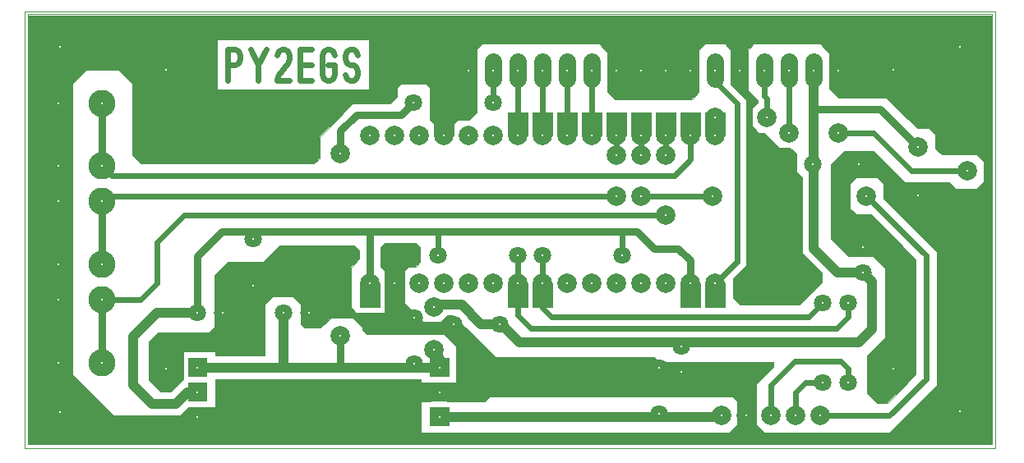
<source format=gbr>
%FSLAX34Y34*%
%MOMM*%
%LNSILK_TOP*%
G71*
G01*
%ADD10C, 0.00*%
%ADD11C, 1.80*%
%ADD12C, 2.00*%
%ADD13C, 1.00*%
%ADD14C, 0.80*%
%ADD15C, 0.60*%
%ADD16C, 2.80*%
%ADD17C, 6.00*%
%ADD18C, 3.50*%
%ADD19C, 0.10*%
%ADD20C, 0.57*%
%ADD21C, 0.05*%
%ADD22C, 2.00*%
%ADD23C, 1.80*%
%ADD24C, 1.80*%
%ADD25C, 0.20*%
%ADD26C, 0.30*%
%LPD*%
G54D10*
X331Y434D02*
X-999669Y434D01*
X-999669Y-449566D01*
X331Y-449566D01*
X331Y434D01*
G54D11*
X-161594Y-51163D02*
X-161594Y-69163D01*
G54D11*
X-186994Y-51163D02*
X-186994Y-69163D01*
G54D11*
X-212394Y-51163D02*
X-212394Y-69163D01*
G54D11*
X-237794Y-51163D02*
X-237794Y-69163D01*
G54D11*
X-263194Y-51163D02*
X-263194Y-69163D01*
G54D11*
X-288594Y-51163D02*
X-288594Y-69163D01*
G54D11*
X-313994Y-51163D02*
X-313994Y-69163D01*
G54D11*
X-339394Y-51163D02*
X-339394Y-69163D01*
G54D11*
X-364794Y-51163D02*
X-364794Y-69163D01*
G54D11*
X-390194Y-51163D02*
X-390194Y-69163D01*
G54D11*
X-415594Y-51163D02*
X-415594Y-69163D01*
G54D11*
X-440994Y-51163D02*
X-440994Y-69163D01*
G54D11*
X-466394Y-51163D02*
X-466394Y-69163D01*
G54D11*
X-491794Y-51163D02*
X-491794Y-69163D01*
G54D11*
X-517194Y-51163D02*
X-517194Y-69163D01*
G54D11*
X-542594Y-51163D02*
X-542594Y-69163D01*
X-79441Y-138744D02*
G54D12*
D03*
X-28441Y-163744D02*
G54D12*
D03*
X-79441Y-188744D02*
G54D12*
D03*
G54D13*
X-186994Y-60163D02*
X-186994Y-215341D01*
X-212394Y-124854D02*
G54D12*
D03*
X-161197Y-124854D02*
G54D12*
D03*
G54D14*
X-186994Y-100247D02*
X-117938Y-100247D01*
X-79441Y-138744D01*
G54D15*
X-212394Y-60163D02*
X-212394Y-124854D01*
X-919520Y-94034D02*
G54D16*
D03*
X-919520Y-159034D02*
G54D16*
D03*
X-964520Y-159034D02*
G54D16*
D03*
X-964520Y-94034D02*
G54D16*
D03*
X-919521Y-194842D02*
G54D16*
D03*
X-919521Y-259841D02*
G54D16*
D03*
X-964521Y-259841D02*
G54D16*
D03*
X-964521Y-194842D02*
G54D16*
D03*
X-919521Y-296442D02*
G54D16*
D03*
X-919521Y-361441D02*
G54D16*
D03*
X-964521Y-361441D02*
G54D16*
D03*
X-964521Y-296442D02*
G54D16*
D03*
X-962885Y-35557D02*
G54D17*
D03*
X-36182Y-35557D02*
G54D17*
D03*
X-36182Y-412191D02*
G54D17*
D03*
X-962885Y-412588D02*
G54D17*
D03*
G54D14*
X-919520Y-94034D02*
X-919520Y-159034D01*
G54D14*
X-919521Y-194842D02*
X-919521Y-259841D01*
G54D14*
X-919521Y-296442D02*
X-919521Y-361441D01*
G54D14*
X-79441Y-188744D02*
X-9591Y-188750D01*
X-853744Y-59369D02*
G54D18*
D03*
X-853744Y-367344D02*
G54D18*
D03*
X-104841Y-59369D02*
G54D18*
D03*
X-104841Y-367344D02*
G54D18*
D03*
G54D19*
X-3175Y-2382D02*
X-995591Y-2382D01*
X-995825Y-2616D01*
X-995825Y-445528D01*
X-3241Y-445528D01*
X-3241Y-2447D01*
X-3175Y-2382D01*
G54D20*
X-790641Y-70482D02*
X-790641Y-38482D01*
X-782641Y-38482D01*
X-779441Y-40482D01*
X-777841Y-44482D01*
X-777841Y-48482D01*
X-779441Y-52482D01*
X-782641Y-54482D01*
X-790641Y-54482D01*
G54D20*
X-766641Y-38482D02*
X-758641Y-54482D01*
X-758641Y-70482D01*
G54D20*
X-758641Y-54482D02*
X-750641Y-38482D01*
G54D20*
X-726641Y-70482D02*
X-739441Y-70482D01*
X-739441Y-68482D01*
X-737841Y-64482D01*
X-728241Y-52482D01*
X-726641Y-48482D01*
X-726641Y-44482D01*
X-728241Y-40482D01*
X-731441Y-38482D01*
X-734641Y-38482D01*
X-737841Y-40482D01*
X-739441Y-44482D01*
G54D20*
X-704241Y-70482D02*
X-715441Y-70482D01*
X-715441Y-38482D01*
X-704241Y-38482D01*
G54D20*
X-715441Y-54482D02*
X-704241Y-54482D01*
G54D20*
X-686641Y-54482D02*
X-680241Y-54482D01*
X-680241Y-64482D01*
X-681841Y-68482D01*
X-685041Y-70482D01*
X-688241Y-70482D01*
X-691441Y-68482D01*
X-693041Y-64482D01*
X-693041Y-44482D01*
X-691441Y-40482D01*
X-688241Y-38482D01*
X-685041Y-38482D01*
X-681841Y-40482D01*
X-680241Y-44482D01*
G54D20*
X-669041Y-64482D02*
X-667441Y-68482D01*
X-664241Y-70482D01*
X-661041Y-70482D01*
X-657841Y-68482D01*
X-656241Y-64482D01*
X-656241Y-60482D01*
X-657841Y-56482D01*
X-661041Y-54482D01*
X-664241Y-54482D01*
X-667441Y-52482D01*
X-669041Y-48482D01*
X-669041Y-44482D01*
X-667441Y-40482D01*
X-664241Y-38482D01*
X-661041Y-38482D01*
X-657841Y-40482D01*
X-656241Y-44482D01*
G36*
X-6416Y-64528D02*
X-4035Y-64528D01*
X-4035Y-164938D01*
X-11575Y-164938D01*
X-11575Y-154222D01*
X-18719Y-147078D01*
X-54835Y-147078D01*
X-61185Y-140728D01*
X-61185Y-126441D01*
X-67932Y-119694D01*
X-80235Y-119694D01*
X-111985Y-87944D01*
X-161594Y-87944D01*
X-170325Y-79213D01*
X-170325Y-41907D01*
X-179453Y-32778D01*
X-170325Y-41907D01*
X-170325Y-42304D01*
X-179850Y-32778D01*
X-248113Y-32778D01*
X-254463Y-39128D01*
X-254463Y-72466D01*
X-271925Y-72466D01*
X-271925Y-39128D01*
X-278275Y-32778D01*
X-298516Y-32778D01*
X-304866Y-39128D01*
X-304866Y-82785D01*
X-312010Y-89928D01*
X-391782Y-89928D01*
X-398925Y-82785D01*
X-398925Y-41510D01*
X-407656Y-32778D01*
X-527910Y-32778D01*
X-533466Y-38335D01*
X-533466Y-78419D01*
X-580297Y-78419D01*
X-580297Y-3410D01*
X-4035Y-3410D01*
X-4035Y-64528D01*
X-6416Y-64528D01*
G37*
G54D21*
X-6416Y-64528D02*
X-4035Y-64528D01*
X-4035Y-164938D01*
X-11575Y-164938D01*
X-11575Y-154222D01*
X-18719Y-147078D01*
X-54835Y-147078D01*
X-61185Y-140728D01*
X-61185Y-126441D01*
X-67932Y-119694D01*
X-80235Y-119694D01*
X-111985Y-87944D01*
X-161594Y-87944D01*
X-170325Y-79213D01*
X-170325Y-41907D01*
X-179453Y-32778D01*
X-170325Y-41907D01*
X-170325Y-42304D01*
X-179850Y-32778D01*
X-248113Y-32778D01*
X-254463Y-39128D01*
X-254463Y-72466D01*
X-271925Y-72466D01*
X-271925Y-39128D01*
X-278275Y-32778D01*
X-298516Y-32778D01*
X-304866Y-39128D01*
X-304866Y-82785D01*
X-312010Y-89928D01*
X-391782Y-89928D01*
X-398925Y-82785D01*
X-398925Y-41510D01*
X-407656Y-32778D01*
X-527910Y-32778D01*
X-533466Y-38335D01*
X-533466Y-78419D01*
X-580297Y-78419D01*
X-580297Y-3410D01*
X-4035Y-3410D01*
X-4035Y-64528D01*
X-6416Y-64528D01*
X-179453Y-416160D02*
G54D22*
D03*
X-204853Y-416160D02*
G54D22*
D03*
X-230253Y-416160D02*
G54D22*
D03*
X-255653Y-416160D02*
G54D22*
D03*
X-281053Y-416160D02*
G54D22*
D03*
X-643797Y-127632D02*
G54D12*
D03*
X-618397Y-127632D02*
G54D12*
D03*
X-592997Y-127632D02*
G54D12*
D03*
X-567597Y-127632D02*
G54D12*
D03*
X-542197Y-127632D02*
G54D12*
D03*
X-516797Y-127632D02*
G54D12*
D03*
X-491397Y-127632D02*
G54D12*
D03*
X-465997Y-127632D02*
G54D12*
D03*
X-440597Y-127632D02*
G54D12*
D03*
X-415197Y-127632D02*
G54D12*
D03*
X-389797Y-127632D02*
G54D12*
D03*
X-364397Y-127632D02*
G54D12*
D03*
X-338997Y-127632D02*
G54D12*
D03*
X-313597Y-127632D02*
G54D12*
D03*
X-288197Y-127632D02*
G54D12*
D03*
X-643797Y-280032D02*
G54D12*
D03*
X-618397Y-280032D02*
G54D12*
D03*
X-592997Y-280032D02*
G54D12*
D03*
X-567597Y-280032D02*
G54D12*
D03*
X-542197Y-280032D02*
G54D12*
D03*
X-516797Y-280032D02*
G54D12*
D03*
X-491397Y-280032D02*
G54D12*
D03*
X-465997Y-280032D02*
G54D12*
D03*
X-440597Y-280032D02*
G54D12*
D03*
X-415197Y-280032D02*
G54D12*
D03*
X-389797Y-280032D02*
G54D12*
D03*
X-364397Y-280032D02*
G54D12*
D03*
X-338997Y-280032D02*
G54D12*
D03*
X-313597Y-280032D02*
G54D12*
D03*
X-288197Y-280032D02*
G54D12*
D03*
G54D15*
X-491794Y-45082D02*
X-491794Y-127235D01*
X-491397Y-127632D01*
G54D15*
X-466394Y-45082D02*
X-466394Y-127235D01*
X-465997Y-127632D01*
G54D15*
X-440994Y-45082D02*
X-440994Y-127235D01*
X-440597Y-127632D01*
G54D15*
X-415594Y-45082D02*
X-415594Y-127235D01*
X-415197Y-127632D01*
X-287800Y-108978D02*
G54D12*
D03*
X-235016Y-108978D02*
G54D12*
D03*
G54D15*
X-313597Y-122472D02*
X-313597Y-152238D01*
X-329869Y-168510D01*
X-835488Y-168510D01*
X-338798Y-209586D02*
G54D12*
D03*
X-338798Y-147276D02*
G54D12*
D03*
X-389797Y-189544D02*
G54D12*
D03*
X-389797Y-147475D02*
G54D12*
D03*
G54D15*
X-338997Y-127632D02*
X-338798Y-147276D01*
G54D15*
X-389797Y-127632D02*
X-389797Y-147475D01*
G54D15*
X-389797Y-189544D02*
X-835488Y-189544D01*
G54D15*
X-362016Y-209785D02*
X-835488Y-209785D01*
X-364397Y-189544D02*
G54D12*
D03*
X-364397Y-147475D02*
G54D12*
D03*
G54D15*
X-362016Y-209785D02*
X-338997Y-209785D01*
X-338798Y-209586D01*
G54D15*
X-364397Y-127632D02*
X-364397Y-147475D01*
X-132225Y-189544D02*
G54D12*
D03*
X-290578Y-189544D02*
G54D12*
D03*
G54D15*
X-290578Y-189544D02*
X-364397Y-189544D01*
X-151397Y-300150D02*
G54D23*
D03*
X-151397Y-382150D02*
G54D23*
D03*
X-177194Y-300150D02*
G54D23*
D03*
X-177194Y-382150D02*
G54D23*
D03*
X-599194Y-93103D02*
G54D23*
D03*
X-517194Y-93103D02*
G54D23*
D03*
G54D15*
X-517194Y-60163D02*
X-517194Y-93103D01*
G54D15*
X-919521Y-296442D02*
X-879679Y-296442D01*
X-863269Y-280032D01*
X-863269Y-237566D01*
X-835488Y-209785D01*
G54D15*
X-835488Y-189544D02*
X-914224Y-189544D01*
X-919521Y-194842D01*
G54D15*
X-835488Y-168510D02*
X-910045Y-168510D01*
X-919520Y-159034D01*
X-465844Y-251059D02*
G54D23*
D03*
X-383844Y-251059D02*
G54D23*
D03*
X-573397Y-251060D02*
G54D23*
D03*
X-491397Y-251060D02*
G54D23*
D03*
G54D15*
X-465844Y-251059D02*
X-465844Y-280275D01*
X-469172Y-283604D01*
G54D15*
X-491397Y-251060D02*
X-491397Y-280032D01*
G54D14*
X-313597Y-280032D02*
X-313597Y-256219D01*
X-325900Y-243916D01*
X-350903Y-243916D01*
X-368366Y-226454D01*
X-681103Y-226454D01*
G54D15*
X-383844Y-251059D02*
X-383844Y-226850D01*
X-384241Y-226454D01*
G54D15*
X-573397Y-251060D02*
X-573397Y-227094D01*
X-573153Y-226850D01*
G54D15*
X-567597Y-127632D02*
X-567597Y-59369D01*
X-566803Y-58575D01*
G36*
X-831200Y-356550D02*
X-831200Y-376550D01*
X-811200Y-376550D01*
X-811200Y-356550D01*
X-831200Y-356550D01*
G37*
G36*
X-831200Y-381950D02*
X-831200Y-401950D01*
X-811200Y-401950D01*
X-811200Y-381950D01*
X-831200Y-381950D01*
G37*
G36*
X-831200Y-381950D02*
X-831200Y-401950D01*
X-811200Y-401950D01*
X-811200Y-381950D01*
X-831200Y-381950D01*
G37*
G36*
X-831200Y-407350D02*
X-831200Y-427350D01*
X-811200Y-427350D01*
X-811200Y-407350D01*
X-831200Y-407350D01*
G37*
G36*
X-581962Y-356551D02*
X-581962Y-376551D01*
X-561962Y-376551D01*
X-561962Y-356551D01*
X-581962Y-356551D01*
G37*
G36*
X-581962Y-381951D02*
X-581962Y-401951D01*
X-561962Y-401951D01*
X-561962Y-381951D01*
X-581962Y-381951D01*
G37*
G36*
X-581962Y-381951D02*
X-581962Y-401951D01*
X-561962Y-401951D01*
X-561962Y-381951D01*
X-581962Y-381951D01*
G37*
G36*
X-581962Y-407351D02*
X-581962Y-427351D01*
X-561962Y-427351D01*
X-561962Y-407351D01*
X-581962Y-407351D01*
G37*
X-135797Y-242717D02*
G54D24*
D03*
X-135797Y-268911D02*
G54D24*
D03*
G54D15*
X-235016Y-108978D02*
X-235016Y-89135D01*
X-237794Y-86357D01*
X-237794Y-60163D01*
G54D15*
X-28441Y-163744D02*
X-86191Y-163744D01*
X-125082Y-124854D01*
X-161197Y-124854D01*
G54D14*
X-79441Y-188744D02*
X-92147Y-188744D01*
X-124288Y-156604D01*
X-148497Y-156604D01*
X-160800Y-168907D01*
X-160800Y-217714D01*
X-135797Y-242717D01*
X-322725Y-371314D02*
G54D24*
D03*
X-322725Y-345120D02*
G54D24*
D03*
X-509997Y-321652D02*
G54D23*
D03*
X-557622Y-321652D02*
G54D23*
D03*
G54D13*
X-351697Y-366948D02*
X-275893Y-366948D01*
X-255653Y-387188D01*
X-255653Y-416160D01*
G54D13*
X-351697Y-366948D02*
X-514020Y-366948D01*
X-539022Y-391950D01*
X-571962Y-391951D01*
G54D13*
X-571962Y-417351D02*
X-282244Y-417351D01*
X-281053Y-416160D01*
G54D15*
X-179453Y-416160D02*
X-108413Y-416160D01*
X-70710Y-378457D01*
X-70710Y-251060D01*
X-132225Y-189544D01*
G54D13*
X-186994Y-215341D02*
X-186994Y-244313D01*
X-162388Y-268919D01*
X-135797Y-268920D01*
X-126669Y-278047D01*
X-126669Y-327260D01*
X-140163Y-340754D01*
X-374318Y-340754D01*
G54D15*
X-151397Y-382150D02*
X-151397Y-367619D01*
X-158816Y-360200D01*
X-205647Y-360200D01*
X-230253Y-384807D01*
X-230253Y-416160D01*
G54D15*
X-204853Y-416160D02*
X-204853Y-391950D01*
X-194932Y-382028D01*
X-177315Y-382028D01*
X-177194Y-382150D01*
X-346140Y-414573D02*
G54D23*
D03*
X-346140Y-366948D02*
G54D23*
D03*
X-706328Y-310361D02*
G54D24*
D03*
X-732522Y-310361D02*
G54D24*
D03*
G54D13*
X-571962Y-366551D02*
X-821200Y-366550D01*
X-795228Y-310361D02*
G54D24*
D03*
X-821422Y-310361D02*
G54D24*
D03*
X-598156Y-362980D02*
G54D23*
D03*
X-598156Y-315355D02*
G54D23*
D03*
G54D13*
X-581435Y-327208D02*
X-553760Y-327208D01*
X-514020Y-366948D01*
G54D13*
X-821200Y-417350D02*
X-667213Y-417350D01*
X-642210Y-392347D01*
X-577121Y-392347D01*
G54D13*
X-818643Y-310361D02*
X-863436Y-310361D01*
X-887875Y-334800D01*
X-887875Y-384410D01*
X-868032Y-404254D01*
X-843822Y-404254D01*
X-831519Y-391950D01*
X-821200Y-391950D01*
X-764050Y-282017D02*
G54D23*
D03*
X-764050Y-234392D02*
G54D23*
D03*
G54D13*
X-732522Y-310361D02*
X-732522Y-364390D01*
X-732697Y-364566D01*
G54D13*
X-374318Y-340754D02*
X-489307Y-340754D01*
X-502853Y-327208D01*
G54D14*
X-681103Y-226454D02*
X-796197Y-226454D01*
X-821597Y-251854D01*
X-821597Y-310186D01*
X-821422Y-310361D01*
G54D13*
X-706328Y-310361D02*
X-706328Y-295685D01*
X-719600Y-282413D01*
X-763654Y-282413D01*
X-764050Y-282017D01*
X-787070Y-282017D01*
X-795403Y-290350D01*
X-795403Y-310186D01*
X-795228Y-310361D01*
G54D13*
X-821200Y-417350D02*
X-821200Y-417747D01*
X-834694Y-431241D01*
X-912482Y-431241D01*
X-939469Y-404254D01*
G54D15*
X-288594Y-60163D02*
X-288594Y-71672D01*
X-265575Y-94691D01*
X-265575Y-257410D01*
X-288197Y-280032D01*
X-674356Y-146285D02*
G54D12*
D03*
X-674356Y-334007D02*
G54D12*
D03*
G54D14*
X-674356Y-334007D02*
X-674356Y-365360D01*
X-577916Y-348691D02*
G54D12*
D03*
X-577916Y-304638D02*
G54D12*
D03*
G54D14*
X-674356Y-146285D02*
X-674356Y-122472D01*
X-657688Y-105804D01*
X-611894Y-105804D01*
X-599194Y-93103D01*
G54D13*
X-618397Y-280032D02*
X-618397Y-314163D01*
X-610856Y-321704D01*
X-599346Y-321704D01*
X-599294Y-321652D01*
G54D13*
X-581435Y-327208D02*
X-593738Y-327208D01*
X-599294Y-321652D01*
G54D13*
X-515553Y-321652D02*
X-508410Y-321652D01*
X-502853Y-327208D01*
G54D13*
X-571962Y-366551D02*
X-571962Y-357820D01*
X-581091Y-348691D01*
X-139712Y-156551D02*
G54D23*
D03*
X-187338Y-156551D02*
G54D23*
D03*
G36*
X-4828Y-166525D02*
X-4035Y-166525D01*
X-4035Y-444735D01*
X-209616Y-444735D01*
X-209616Y-434019D01*
X-108413Y-434019D01*
X-59200Y-384807D01*
X-59200Y-247885D01*
X-114763Y-192322D01*
X-114763Y-177241D01*
X-121510Y-170494D01*
X-142544Y-170494D01*
X-149291Y-177241D01*
X-149291Y-199069D01*
X-168738Y-199069D01*
X-168738Y-157000D01*
X-154847Y-143110D01*
X-125082Y-143110D01*
X-92935Y-175257D01*
X-47294Y-175257D01*
X-40150Y-182400D01*
X-18719Y-182400D01*
X-11575Y-175257D01*
X-11575Y-163747D01*
X-4035Y-163747D01*
X-4035Y-166525D01*
X-4828Y-166525D01*
G37*
G54D21*
X-4828Y-166525D02*
X-4035Y-166525D01*
X-4035Y-444735D01*
X-209616Y-444735D01*
X-209616Y-434019D01*
X-108413Y-434019D01*
X-59200Y-384807D01*
X-59200Y-247885D01*
X-114763Y-192322D01*
X-114763Y-177241D01*
X-121510Y-170494D01*
X-142544Y-170494D01*
X-149291Y-177241D01*
X-149291Y-199069D01*
X-168738Y-199069D01*
X-168738Y-157000D01*
X-154847Y-143110D01*
X-125082Y-143110D01*
X-92935Y-175257D01*
X-47294Y-175257D01*
X-40150Y-182400D01*
X-18719Y-182400D01*
X-11575Y-175257D01*
X-11575Y-163747D01*
X-4035Y-163747D01*
X-4035Y-166525D01*
X-4828Y-166525D01*
G36*
X-83410Y-267728D02*
X-81425Y-267728D01*
X-81425Y-374091D01*
X-110794Y-403460D01*
X-121510Y-403460D01*
X-131828Y-393141D01*
X-131828Y-354644D01*
X-113175Y-335991D01*
X-113175Y-264157D01*
X-125478Y-251854D01*
X-150878Y-251854D01*
X-168738Y-233994D01*
X-168738Y-197482D01*
X-149291Y-197482D01*
X-149291Y-202244D01*
X-142544Y-208991D01*
X-127463Y-208991D01*
X-81425Y-255028D01*
X-81425Y-267728D01*
X-83410Y-267728D01*
G37*
G54D21*
X-83410Y-267728D02*
X-81425Y-267728D01*
X-81425Y-374091D01*
X-110794Y-403460D01*
X-121510Y-403460D01*
X-131828Y-393141D01*
X-131828Y-354644D01*
X-113175Y-335991D01*
X-113175Y-264157D01*
X-125478Y-251854D01*
X-150878Y-251854D01*
X-168738Y-233994D01*
X-168738Y-197482D01*
X-149291Y-197482D01*
X-149291Y-202244D01*
X-142544Y-208991D01*
X-127463Y-208991D01*
X-81425Y-255028D01*
X-81425Y-267728D01*
X-83410Y-267728D01*
G36*
X-200091Y-178432D02*
X-198503Y-178432D01*
X-198503Y-248678D01*
X-178263Y-268919D01*
X-178263Y-278841D01*
X-200885Y-301463D01*
X-262400Y-301463D01*
X-269147Y-294716D01*
X-269147Y-274475D01*
X-256050Y-261378D01*
X-256050Y-90722D01*
X-271925Y-74847D01*
X-271925Y-72466D01*
X-270735Y-71275D01*
X-256050Y-71275D01*
X-254463Y-72863D01*
X-254463Y-72466D01*
X-255653Y-71275D01*
X-254463Y-72466D01*
X-254463Y-80800D01*
X-244541Y-90722D01*
X-244541Y-93500D01*
X-250097Y-99057D01*
X-250097Y-117313D01*
X-242953Y-124457D01*
X-237397Y-124457D01*
X-221919Y-139935D01*
X-210806Y-139935D01*
X-204456Y-146285D01*
X-204456Y-164541D01*
X-198503Y-170494D01*
X-198503Y-178432D01*
X-200091Y-178432D01*
G37*
G54D21*
X-200091Y-178432D02*
X-198503Y-178432D01*
X-198503Y-248678D01*
X-178263Y-268919D01*
X-178263Y-278841D01*
X-200885Y-301463D01*
X-262400Y-301463D01*
X-269147Y-294716D01*
X-269147Y-274475D01*
X-256050Y-261378D01*
X-256050Y-90722D01*
X-271925Y-74847D01*
X-271925Y-72466D01*
X-270735Y-71275D01*
X-256050Y-71275D01*
X-254463Y-72863D01*
X-254463Y-72466D01*
X-255653Y-71275D01*
X-254463Y-72466D01*
X-254463Y-80800D01*
X-244541Y-90722D01*
X-244541Y-93500D01*
X-250097Y-99057D01*
X-250097Y-117313D01*
X-242953Y-124457D01*
X-237397Y-124457D01*
X-221919Y-139935D01*
X-210806Y-139935D01*
X-204456Y-146285D01*
X-204456Y-164541D01*
X-198503Y-170494D01*
X-198503Y-178432D01*
X-200091Y-178432D01*
G36*
X-211203Y-436004D02*
X-208822Y-436004D01*
X-208822Y-444735D01*
X-995031Y-444735D01*
X-995031Y-323291D01*
X-950185Y-323291D01*
X-950185Y-373694D01*
X-908116Y-415763D01*
X-839060Y-415763D01*
X-831122Y-407825D01*
X-811675Y-407825D01*
X-811278Y-407428D01*
X-803341Y-407428D01*
X-803341Y-378457D01*
X-591013Y-378457D01*
X-591013Y-382028D01*
X-581488Y-382028D01*
X-581488Y-401872D01*
X-591013Y-401872D01*
X-591013Y-434019D01*
X-209616Y-434019D01*
X-209616Y-436004D01*
X-211203Y-436004D01*
G37*
G54D21*
X-211203Y-436004D02*
X-208822Y-436004D01*
X-208822Y-444735D01*
X-995031Y-444735D01*
X-995031Y-323291D01*
X-950185Y-323291D01*
X-950185Y-373694D01*
X-908116Y-415763D01*
X-839060Y-415763D01*
X-831122Y-407825D01*
X-811675Y-407825D01*
X-811278Y-407428D01*
X-803341Y-407428D01*
X-803341Y-378457D01*
X-591013Y-378457D01*
X-591013Y-382028D01*
X-581488Y-382028D01*
X-581488Y-401872D01*
X-591013Y-401872D01*
X-591013Y-434019D01*
X-209616Y-434019D01*
X-209616Y-436004D01*
X-211203Y-436004D01*
G36*
X-246922Y-388378D02*
X-245732Y-388378D01*
X-245732Y-425685D01*
X-237397Y-434019D01*
X-273910Y-434019D01*
X-265575Y-425685D01*
X-265575Y-401872D01*
X-270735Y-396713D01*
X-520369Y-396713D01*
X-525528Y-401872D01*
X-563628Y-401872D01*
X-564819Y-400682D01*
X-564819Y-384807D01*
X-562041Y-382028D01*
X-554897Y-382028D01*
X-554897Y-344722D01*
X-567597Y-332022D01*
X-567597Y-315750D01*
X-564422Y-312575D01*
X-558072Y-312575D01*
X-514416Y-356232D01*
X-350903Y-356232D01*
X-346141Y-360994D01*
X-227872Y-360994D01*
X-227872Y-365757D01*
X-245732Y-383616D01*
X-245732Y-388378D01*
X-246922Y-388378D01*
G37*
G54D21*
X-246922Y-388378D02*
X-245732Y-388378D01*
X-245732Y-425685D01*
X-237397Y-434019D01*
X-273910Y-434019D01*
X-265575Y-425685D01*
X-265575Y-401872D01*
X-270735Y-396713D01*
X-520369Y-396713D01*
X-525528Y-401872D01*
X-563628Y-401872D01*
X-564819Y-400682D01*
X-564819Y-384807D01*
X-562041Y-382028D01*
X-554897Y-382028D01*
X-554897Y-344722D01*
X-567597Y-332022D01*
X-567597Y-315750D01*
X-564422Y-312575D01*
X-558072Y-312575D01*
X-514416Y-356232D01*
X-350903Y-356232D01*
X-346141Y-360994D01*
X-227872Y-360994D01*
X-227872Y-365757D01*
X-245732Y-383616D01*
X-245732Y-388378D01*
X-246922Y-388378D01*
G36*
X-679516Y-301066D02*
X-675944Y-301066D01*
X-675944Y-314163D01*
X-683088Y-314163D01*
X-694597Y-325672D01*
X-711266Y-325672D01*
X-715235Y-321704D01*
X-715235Y-301463D01*
X-723569Y-293128D01*
X-743413Y-293128D01*
X-751747Y-301463D01*
X-751747Y-354247D01*
X-803341Y-354247D01*
X-803341Y-350278D01*
X-836282Y-350278D01*
X-836282Y-378457D01*
X-848982Y-391157D01*
X-860094Y-391157D01*
X-871603Y-379647D01*
X-871603Y-339563D01*
X-862475Y-330435D01*
X-809691Y-330435D01*
X-804135Y-324878D01*
X-804135Y-271300D01*
X-790641Y-257807D01*
X-753732Y-257807D01*
X-736666Y-240741D01*
X-708885Y-240741D01*
X-707694Y-241932D01*
X-707694Y-251457D01*
X-673166Y-285985D01*
X-673166Y-301066D01*
X-679516Y-301066D01*
G37*
G54D21*
X-679516Y-301066D02*
X-675944Y-301066D01*
X-675944Y-314163D01*
X-683088Y-314163D01*
X-694597Y-325672D01*
X-711266Y-325672D01*
X-715235Y-321704D01*
X-715235Y-301463D01*
X-723569Y-293128D01*
X-743413Y-293128D01*
X-751747Y-301463D01*
X-751747Y-354247D01*
X-803341Y-354247D01*
X-803341Y-350278D01*
X-836282Y-350278D01*
X-836282Y-378457D01*
X-848982Y-391157D01*
X-860094Y-391157D01*
X-871603Y-379647D01*
X-871603Y-339563D01*
X-862475Y-330435D01*
X-809691Y-330435D01*
X-804135Y-324878D01*
X-804135Y-271300D01*
X-790641Y-257807D01*
X-753732Y-257807D01*
X-736666Y-240741D01*
X-708885Y-240741D01*
X-707694Y-241932D01*
X-707694Y-251457D01*
X-673166Y-285985D01*
X-673166Y-301066D01*
X-679516Y-301066D01*
G54D13*
X-515553Y-321652D02*
X-529152Y-321652D01*
X-549341Y-301463D01*
X-577916Y-301463D01*
X-581091Y-304638D01*
G36*
X-535053Y-83578D02*
X-533466Y-83578D01*
X-533466Y-103422D01*
X-541006Y-110963D01*
X-552913Y-110963D01*
X-557675Y-115725D01*
X-557675Y-126838D01*
X-562835Y-131997D01*
X-572360Y-131997D01*
X-577519Y-126838D01*
X-577519Y-115725D01*
X-581885Y-111360D01*
X-581885Y-78022D01*
X-585853Y-74054D01*
X-611650Y-74054D01*
X-615619Y-78022D01*
X-615619Y-87547D01*
X-622763Y-94691D01*
X-661656Y-94691D01*
X-695788Y-128822D01*
X-695788Y-150650D01*
X-701344Y-156207D01*
X-879938Y-156207D01*
X-888272Y-147872D01*
X-888272Y-74054D01*
X-902956Y-59369D01*
X-922403Y-59369D01*
X-922403Y-3410D01*
X-716425Y-3410D01*
X-716425Y-28413D01*
X-801356Y-28413D01*
X-801356Y-80007D01*
X-644988Y-80007D01*
X-644988Y-28413D01*
X-716425Y-28413D01*
X-716425Y-3410D01*
X-578710Y-3410D01*
X-577122Y-4997D01*
X-577122Y-75244D01*
X-575138Y-77228D01*
X-533466Y-77228D01*
X-533466Y-83578D01*
X-535053Y-83578D01*
G37*
G54D21*
X-535053Y-83578D02*
X-533466Y-83578D01*
X-533466Y-103422D01*
X-541006Y-110963D01*
X-552913Y-110963D01*
X-557675Y-115725D01*
X-557675Y-126838D01*
X-562835Y-131997D01*
X-572360Y-131997D01*
X-577519Y-126838D01*
X-577519Y-115725D01*
X-581885Y-111360D01*
X-581885Y-78022D01*
X-585853Y-74054D01*
X-611650Y-74054D01*
X-615619Y-78022D01*
X-615619Y-87547D01*
X-622763Y-94691D01*
X-661656Y-94691D01*
X-695788Y-128822D01*
X-695788Y-150650D01*
X-701344Y-156207D01*
X-879938Y-156207D01*
X-888272Y-147872D01*
X-888272Y-74054D01*
X-902956Y-59369D01*
X-922403Y-59369D01*
X-922403Y-3410D01*
X-716425Y-3410D01*
X-716425Y-28413D01*
X-801356Y-28413D01*
X-801356Y-80007D01*
X-644988Y-80007D01*
X-644988Y-28413D01*
X-716425Y-28413D01*
X-716425Y-3410D01*
X-578710Y-3410D01*
X-577122Y-4997D01*
X-577122Y-75244D01*
X-575138Y-77228D01*
X-533466Y-77228D01*
X-533466Y-83578D01*
X-535053Y-83578D01*
G36*
X-923594Y-8569D02*
X-920816Y-8569D01*
X-920816Y-59369D01*
X-935500Y-59369D01*
X-950185Y-74054D01*
X-950185Y-324482D01*
X-995031Y-324482D01*
X-995031Y-3410D01*
X-922006Y-3410D01*
X-921610Y-3807D01*
X-921610Y-8569D01*
X-923594Y-8569D01*
G37*
G54D21*
X-923594Y-8569D02*
X-920816Y-8569D01*
X-920816Y-59369D01*
X-935500Y-59369D01*
X-950185Y-74054D01*
X-950185Y-324482D01*
X-995031Y-324482D01*
X-995031Y-3410D01*
X-922006Y-3410D01*
X-921610Y-3807D01*
X-921610Y-8569D01*
X-923594Y-8569D01*
G36*
X-278275Y-280032D02*
X-278275Y-303844D01*
X-298119Y-303844D01*
X-298119Y-280032D01*
X-278275Y-280032D01*
G37*
G54D21*
X-278275Y-280032D02*
X-278275Y-303844D01*
X-298119Y-303844D01*
X-298119Y-280032D01*
X-278275Y-280032D01*
G36*
X-456075Y-280032D02*
X-456075Y-303844D01*
X-475919Y-303844D01*
X-475919Y-280032D01*
X-456075Y-280032D01*
G37*
G54D21*
X-456075Y-280032D02*
X-456075Y-303844D01*
X-475919Y-303844D01*
X-475919Y-280032D01*
X-456075Y-280032D01*
G36*
X-481475Y-280032D02*
X-481475Y-303844D01*
X-501319Y-303844D01*
X-501319Y-280032D01*
X-481475Y-280032D01*
G37*
G54D21*
X-481475Y-280032D02*
X-481475Y-303844D01*
X-501319Y-303844D01*
X-501319Y-280032D01*
X-481475Y-280032D01*
G36*
X-608475Y-280032D02*
X-608475Y-303844D01*
X-628319Y-303844D01*
X-628319Y-280032D01*
X-608475Y-280032D01*
G37*
G54D21*
X-608475Y-280032D02*
X-608475Y-303844D01*
X-628319Y-303844D01*
X-628319Y-280032D01*
X-608475Y-280032D01*
G36*
X-298119Y-127632D02*
X-298119Y-103819D01*
X-278275Y-103819D01*
X-278275Y-127632D01*
X-298119Y-127632D01*
G37*
G54D21*
X-298119Y-127632D02*
X-298119Y-103819D01*
X-278275Y-103819D01*
X-278275Y-127632D01*
X-298119Y-127632D01*
G36*
X-348919Y-127632D02*
X-348919Y-103819D01*
X-329075Y-103819D01*
X-329075Y-127632D01*
X-348919Y-127632D01*
G37*
G54D21*
X-348919Y-127632D02*
X-348919Y-103819D01*
X-329075Y-103819D01*
X-329075Y-127632D01*
X-348919Y-127632D01*
G36*
X-374319Y-127632D02*
X-374319Y-103819D01*
X-354475Y-103819D01*
X-354475Y-127632D01*
X-374319Y-127632D01*
G37*
G54D21*
X-374319Y-127632D02*
X-374319Y-103819D01*
X-354475Y-103819D01*
X-354475Y-127632D01*
X-374319Y-127632D01*
G36*
X-399719Y-127632D02*
X-399719Y-103819D01*
X-379875Y-103819D01*
X-379875Y-127632D01*
X-399719Y-127632D01*
G37*
G54D21*
X-399719Y-127632D02*
X-399719Y-103819D01*
X-379875Y-103819D01*
X-379875Y-127632D01*
X-399719Y-127632D01*
G36*
X-425119Y-127632D02*
X-425119Y-103819D01*
X-405275Y-103819D01*
X-405275Y-127632D01*
X-425119Y-127632D01*
G37*
G54D21*
X-425119Y-127632D02*
X-425119Y-103819D01*
X-405275Y-103819D01*
X-405275Y-127632D01*
X-425119Y-127632D01*
G36*
X-450519Y-127632D02*
X-450519Y-103819D01*
X-430675Y-103819D01*
X-430675Y-127632D01*
X-450519Y-127632D01*
G37*
G54D21*
X-450519Y-127632D02*
X-450519Y-103819D01*
X-430675Y-103819D01*
X-430675Y-127632D01*
X-450519Y-127632D01*
G36*
X-475919Y-127632D02*
X-475919Y-103819D01*
X-456075Y-103819D01*
X-456075Y-127632D01*
X-475919Y-127632D01*
G37*
G54D21*
X-475919Y-127632D02*
X-475919Y-103819D01*
X-456075Y-103819D01*
X-456075Y-127632D01*
X-475919Y-127632D01*
G36*
X-501319Y-127632D02*
X-501319Y-103819D01*
X-481475Y-103819D01*
X-481475Y-127632D01*
X-501319Y-127632D01*
G37*
G54D21*
X-501319Y-127632D02*
X-501319Y-103819D01*
X-481475Y-103819D01*
X-481475Y-127632D01*
X-501319Y-127632D01*
G36*
X-577519Y-127632D02*
X-577519Y-103819D01*
X-557675Y-103819D01*
X-557675Y-127632D01*
X-577519Y-127632D01*
G37*
G54D21*
X-577519Y-127632D02*
X-577519Y-103819D01*
X-557675Y-103819D01*
X-557675Y-127632D01*
X-577519Y-127632D01*
G36*
X-323519Y-127632D02*
X-323519Y-103819D01*
X-303675Y-103819D01*
X-303675Y-127632D01*
X-323519Y-127632D01*
G37*
G54D21*
X-323519Y-127632D02*
X-323519Y-103819D01*
X-303675Y-103819D01*
X-303675Y-127632D01*
X-323519Y-127632D01*
G54D15*
X-151397Y-300150D02*
X-151397Y-314682D01*
X-162785Y-326069D01*
X-477903Y-326069D01*
X-491397Y-312575D01*
X-491397Y-280032D01*
G54D15*
X-177194Y-300150D02*
X-177347Y-300150D01*
X-191756Y-314560D01*
X-456869Y-314560D01*
X-465997Y-305432D01*
X-465997Y-280032D01*
G36*
X-628319Y-273285D02*
X-608475Y-273285D01*
X-608475Y-300272D01*
X-589028Y-319719D01*
X-571169Y-319719D01*
X-564025Y-312575D01*
X-567200Y-328847D01*
X-565216Y-330832D01*
X-565216Y-332022D01*
X-619985Y-332022D01*
X-628319Y-323688D01*
X-628319Y-273285D01*
G37*
G54D21*
X-628319Y-273285D02*
X-608475Y-273285D01*
X-608475Y-300272D01*
X-589028Y-319719D01*
X-571169Y-319719D01*
X-564025Y-312575D01*
X-567200Y-328847D01*
X-565216Y-330832D01*
X-565216Y-332022D01*
X-619985Y-332022D01*
X-628319Y-323688D01*
X-628319Y-273285D01*
G36*
X-663244Y-312575D02*
X-663244Y-275269D01*
X-668403Y-270110D01*
X-708488Y-270110D01*
X-709678Y-271300D01*
X-709678Y-296304D01*
X-690232Y-315750D01*
X-684675Y-315750D01*
X-683088Y-314163D01*
X-664832Y-314163D01*
X-663244Y-312575D01*
G37*
G54D21*
X-663244Y-312575D02*
X-663244Y-275269D01*
X-668403Y-270110D01*
X-708488Y-270110D01*
X-709678Y-271300D01*
X-709678Y-296304D01*
X-690232Y-315750D01*
X-684675Y-315750D01*
X-683088Y-314163D01*
X-664832Y-314163D01*
X-663244Y-312575D01*
G54D14*
X-643797Y-280032D02*
X-643797Y-227247D01*
G36*
X-708885Y-240741D02*
X-659672Y-240741D01*
X-654513Y-245900D01*
X-654513Y-254632D01*
X-663244Y-263363D01*
X-663244Y-276460D01*
X-664038Y-277254D01*
X-697772Y-277254D01*
X-715235Y-259791D01*
X-715235Y-243122D01*
X-712853Y-240741D01*
X-708488Y-240741D01*
X-708885Y-240741D01*
G37*
G54D21*
X-708885Y-240741D02*
X-659672Y-240741D01*
X-654513Y-245900D01*
X-654513Y-254632D01*
X-663244Y-263363D01*
X-663244Y-276460D01*
X-664038Y-277254D01*
X-697772Y-277254D01*
X-715235Y-259791D01*
X-715235Y-243122D01*
X-712853Y-240741D01*
X-708488Y-240741D01*
X-708885Y-240741D01*
G36*
X-628319Y-273285D02*
X-628319Y-267332D01*
X-633082Y-262569D01*
X-633082Y-242725D01*
X-628319Y-237963D01*
X-596569Y-237963D01*
X-591806Y-242725D01*
X-591806Y-257807D01*
X-596569Y-262569D01*
X-603713Y-262569D01*
X-608475Y-267332D01*
X-608475Y-274872D01*
X-627525Y-274872D01*
X-628319Y-274078D01*
X-628319Y-271697D01*
X-628319Y-273285D01*
G37*
G54D21*
X-628319Y-273285D02*
X-628319Y-267332D01*
X-633082Y-262569D01*
X-633082Y-242725D01*
X-628319Y-237963D01*
X-596569Y-237963D01*
X-591806Y-242725D01*
X-591806Y-257807D01*
X-596569Y-262569D01*
X-603713Y-262569D01*
X-608475Y-267332D01*
X-608475Y-274872D01*
X-627525Y-274872D01*
X-628319Y-274078D01*
X-628319Y-271697D01*
X-628319Y-273285D01*
G36*
X-633875Y-280032D02*
X-633875Y-303844D01*
X-653719Y-303844D01*
X-653719Y-280032D01*
X-633875Y-280032D01*
G37*
G54D21*
X-633875Y-280032D02*
X-633875Y-303844D01*
X-653719Y-303844D01*
X-653719Y-280032D01*
X-633875Y-280032D01*
G36*
X-608475Y-280032D02*
X-608475Y-303844D01*
X-628319Y-303844D01*
X-628319Y-280032D01*
X-608475Y-280032D01*
G37*
G54D21*
X-608475Y-280032D02*
X-608475Y-303844D01*
X-628319Y-303844D01*
X-628319Y-280032D01*
X-608475Y-280032D01*
G36*
X-629510Y-309797D02*
X-658085Y-309797D01*
X-664435Y-303447D01*
X-666816Y-303447D01*
X-671182Y-307813D01*
X-671182Y-308607D01*
X-673166Y-310591D01*
X-685072Y-310591D01*
X-687056Y-312575D01*
X-687056Y-315354D01*
X-661656Y-315354D01*
X-651338Y-325672D01*
X-651338Y-328054D01*
X-647369Y-332022D01*
X-618000Y-332022D01*
X-612047Y-326069D01*
X-612047Y-312575D01*
X-614825Y-309797D01*
X-629906Y-309797D01*
X-629510Y-309797D01*
G37*
G54D21*
X-629510Y-309797D02*
X-658085Y-309797D01*
X-664435Y-303447D01*
X-666816Y-303447D01*
X-671182Y-307813D01*
X-671182Y-308607D01*
X-673166Y-310591D01*
X-685072Y-310591D01*
X-687056Y-312575D01*
X-687056Y-315354D01*
X-661656Y-315354D01*
X-651338Y-325672D01*
X-651338Y-328054D01*
X-647369Y-332022D01*
X-618000Y-332022D01*
X-612047Y-326069D01*
X-612047Y-312575D01*
X-614825Y-309797D01*
X-629906Y-309797D01*
X-629510Y-309797D01*
G36*
X-303675Y-280032D02*
X-303675Y-303844D01*
X-323519Y-303844D01*
X-323519Y-280032D01*
X-303675Y-280032D01*
G37*
G54D21*
X-303675Y-280032D02*
X-303675Y-303844D01*
X-323519Y-303844D01*
X-323519Y-280032D01*
X-303675Y-280032D01*
G54D25*
G75*
G01X-43326Y-35557D02*
G03X-43326Y-35557I7144J0D01*
G01*
%LNAUGENFREISTANZEN*%
%LPC*%
X-161594Y-60163D02*
G54D26*
D03*
X-186994Y-60163D02*
G54D26*
D03*
X-212394Y-60163D02*
G54D26*
D03*
X-237794Y-60163D02*
G54D26*
D03*
X-263194Y-60163D02*
G54D26*
D03*
X-288594Y-60163D02*
G54D26*
D03*
X-313994Y-60163D02*
G54D26*
D03*
X-339394Y-60163D02*
G54D26*
D03*
X-364794Y-60163D02*
G54D26*
D03*
X-390194Y-60163D02*
G54D26*
D03*
X-415594Y-60163D02*
G54D26*
D03*
X-440994Y-60163D02*
G54D26*
D03*
X-466394Y-60163D02*
G54D26*
D03*
X-491794Y-60163D02*
G54D26*
D03*
X-517194Y-60163D02*
G54D26*
D03*
X-542594Y-60163D02*
G54D26*
D03*
X-79441Y-138744D02*
G54D26*
D03*
X-28441Y-163744D02*
G54D26*
D03*
X-79441Y-188744D02*
G54D26*
D03*
X-212394Y-124854D02*
G54D26*
D03*
X-161197Y-124854D02*
G54D26*
D03*
X-919520Y-94034D02*
G54D26*
D03*
X-919520Y-159034D02*
G54D26*
D03*
X-964520Y-159034D02*
G54D26*
D03*
X-964520Y-94034D02*
G54D26*
D03*
X-919521Y-194842D02*
G54D26*
D03*
X-919521Y-259841D02*
G54D26*
D03*
X-964521Y-259841D02*
G54D26*
D03*
X-964521Y-194842D02*
G54D26*
D03*
X-919521Y-296442D02*
G54D26*
D03*
X-919521Y-361441D02*
G54D26*
D03*
X-964521Y-361441D02*
G54D26*
D03*
X-964521Y-296442D02*
G54D26*
D03*
X-962885Y-35557D02*
G54D26*
D03*
X-36182Y-35557D02*
G54D26*
D03*
X-36182Y-412191D02*
G54D26*
D03*
X-962885Y-412588D02*
G54D26*
D03*
X-853744Y-59369D02*
G54D26*
D03*
X-853744Y-367344D02*
G54D26*
D03*
X-104841Y-59369D02*
G54D26*
D03*
X-104841Y-367344D02*
G54D26*
D03*
X-179453Y-416160D02*
G54D26*
D03*
X-204853Y-416160D02*
G54D26*
D03*
X-230253Y-416160D02*
G54D26*
D03*
X-255653Y-416160D02*
G54D26*
D03*
X-281053Y-416160D02*
G54D26*
D03*
X-643797Y-127632D02*
G54D26*
D03*
X-618397Y-127632D02*
G54D26*
D03*
X-592997Y-127632D02*
G54D26*
D03*
X-567597Y-127632D02*
G54D26*
D03*
X-542197Y-127632D02*
G54D26*
D03*
X-516797Y-127632D02*
G54D26*
D03*
X-491397Y-127632D02*
G54D26*
D03*
X-465997Y-127632D02*
G54D26*
D03*
X-440597Y-127632D02*
G54D26*
D03*
X-415197Y-127632D02*
G54D26*
D03*
X-389797Y-127632D02*
G54D26*
D03*
X-364397Y-127632D02*
G54D26*
D03*
X-338997Y-127632D02*
G54D26*
D03*
X-313597Y-127632D02*
G54D26*
D03*
X-288197Y-127632D02*
G54D26*
D03*
X-643797Y-280032D02*
G54D26*
D03*
X-618397Y-280032D02*
G54D26*
D03*
X-592997Y-280032D02*
G54D26*
D03*
X-567597Y-280032D02*
G54D26*
D03*
X-542197Y-280032D02*
G54D26*
D03*
X-516797Y-280032D02*
G54D26*
D03*
X-491397Y-280032D02*
G54D26*
D03*
X-465997Y-280032D02*
G54D26*
D03*
X-440597Y-280032D02*
G54D26*
D03*
X-415197Y-280032D02*
G54D26*
D03*
X-389797Y-280032D02*
G54D26*
D03*
X-364397Y-280032D02*
G54D26*
D03*
X-338997Y-280032D02*
G54D26*
D03*
X-313597Y-280032D02*
G54D26*
D03*
X-288197Y-280032D02*
G54D26*
D03*
X-287800Y-108978D02*
G54D26*
D03*
X-235016Y-108978D02*
G54D26*
D03*
X-338798Y-209586D02*
G54D26*
D03*
X-338798Y-147276D02*
G54D26*
D03*
X-389797Y-189544D02*
G54D26*
D03*
X-389797Y-147475D02*
G54D26*
D03*
X-364397Y-189544D02*
G54D26*
D03*
X-364397Y-147475D02*
G54D26*
D03*
X-132225Y-189544D02*
G54D26*
D03*
X-290578Y-189544D02*
G54D26*
D03*
X-151397Y-300150D02*
G54D26*
D03*
X-151397Y-382150D02*
G54D26*
D03*
X-177194Y-300150D02*
G54D26*
D03*
X-177194Y-382150D02*
G54D26*
D03*
X-599194Y-93103D02*
G54D26*
D03*
X-517194Y-93103D02*
G54D26*
D03*
X-465844Y-251059D02*
G54D26*
D03*
X-383844Y-251059D02*
G54D26*
D03*
X-573397Y-251060D02*
G54D26*
D03*
X-491397Y-251060D02*
G54D26*
D03*
X-821200Y-366550D02*
G54D26*
D03*
X-821200Y-391950D02*
G54D26*
D03*
X-821200Y-391950D02*
G54D26*
D03*
X-821200Y-417350D02*
G54D26*
D03*
X-571962Y-366551D02*
G54D26*
D03*
X-571962Y-391951D02*
G54D26*
D03*
X-571962Y-391951D02*
G54D26*
D03*
X-571962Y-417351D02*
G54D26*
D03*
X-135797Y-242717D02*
G54D26*
D03*
X-135797Y-268911D02*
G54D26*
D03*
X-322725Y-371314D02*
G54D26*
D03*
X-322725Y-345120D02*
G54D26*
D03*
X-509997Y-321652D02*
G54D26*
D03*
X-557622Y-321652D02*
G54D26*
D03*
X-346140Y-414573D02*
G54D26*
D03*
X-346140Y-366948D02*
G54D26*
D03*
X-706328Y-310361D02*
G54D26*
D03*
X-732522Y-310361D02*
G54D26*
D03*
X-795228Y-310361D02*
G54D26*
D03*
X-821422Y-310361D02*
G54D26*
D03*
X-598156Y-362980D02*
G54D26*
D03*
X-598156Y-315355D02*
G54D26*
D03*
X-764050Y-282017D02*
G54D26*
D03*
X-764050Y-234392D02*
G54D26*
D03*
X-674356Y-146285D02*
G54D26*
D03*
X-674356Y-334007D02*
G54D26*
D03*
X-577916Y-348691D02*
G54D26*
D03*
X-577916Y-304638D02*
G54D26*
D03*
X-139712Y-156551D02*
G54D26*
D03*
X-187338Y-156551D02*
G54D26*
D03*
M02*

</source>
